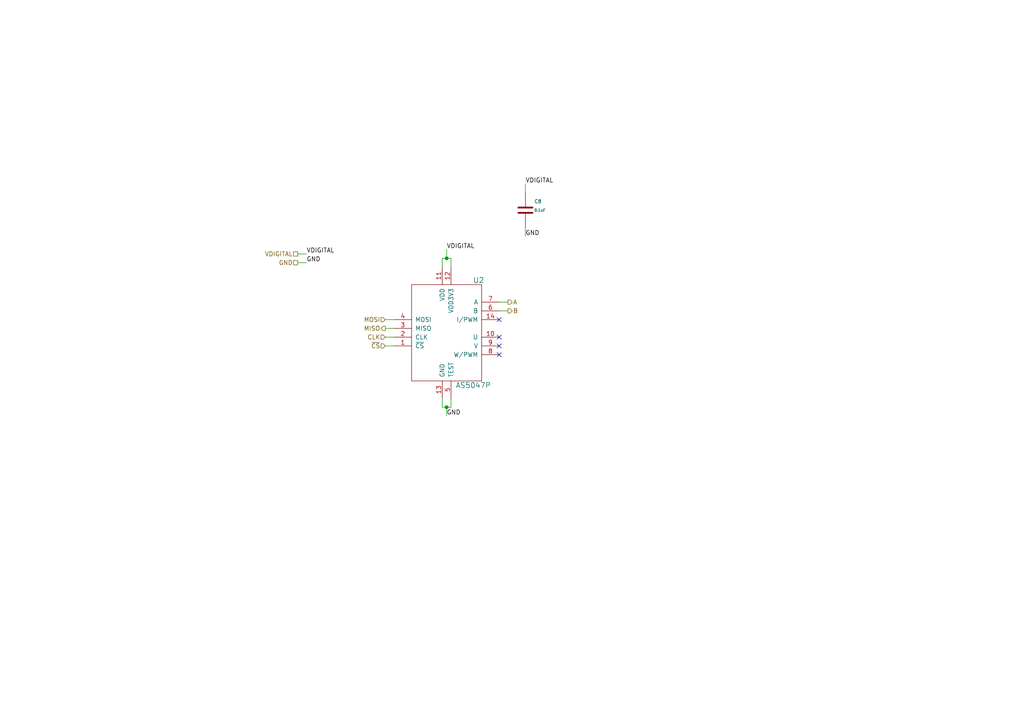
<source format=kicad_sch>
(kicad_sch (version 20211123) (generator eeschema)
  (paper "A4")
  (title_block (title "biym-board-encoder") (date "2022-11-20") (rev "1.1") (company "Peter Polidoro"))
  (lib_symbols
    (symbol "Janelia:AS5047P" (pin_names (offset 1.016))
      (property "Reference" "U" (at 8.89 -15.24 0))
      (property "Value" "AS5047P" (at 0 0 90))
      (symbol "AS5047P_0_1"
        (rectangle (start -10.16 13.97) (end 10.16 -13.97))
      )
      (symbol "AS5047P_1_1"
        (pin input line (at -15.24 -3.81 0) (length 5.08) (name "~{CS}") (number "1"))
        (pin output line (at 15.24 -1.27 180) (length 5.08) (name "U") (number "10"))
        (pin power_in line (at -1.27 19.05 270) (length 5.08) (name "VDD") (number "11"))
        (pin power_in line (at 1.27 19.05 270) (length 5.08) (name "VDD3V3") (number "12"))
        (pin power_in line (at -1.27 -19.05 90) (length 5.08) (name "GND") (number "13"))
        (pin output line (at 15.24 3.81 180) (length 5.08) (name "I/PWM") (number "14"))
        (pin input line (at -15.24 -1.27 0) (length 5.08) (name "CLK") (number "2"))
        (pin output line (at -15.24 1.27 0) (length 5.08) (name "MISO") (number "3"))
        (pin input line (at -15.24 3.81 0) (length 5.08) (name "MOSI") (number "4"))
        (pin power_in line (at 1.27 -19.05 90) (length 5.08) (name "TEST") (number "5"))
        (pin output line (at 15.24 6.35 180) (length 5.08) (name "B") (number "6"))
        (pin output line (at 15.24 8.89 180) (length 5.08) (name "A") (number "7"))
        (pin output line (at 15.24 -6.35 180) (length 5.08) (name "W/PWM") (number "8"))
        (pin output line (at 15.24 -3.81 180) (length 5.08) (name "V") (number "9"))
      )
    )
    (symbol "Janelia:C_0.1uF_0402" (pin_numbers hide) (pin_names (offset 0.254))
      (property "Reference" "C" (at 0 2.54 0))
      (property "Value" "C_0.1uF_0402" (at 0 0 0))
      (symbol "C_0.1uF_0402_0_1"
        (polyline (pts (xy -2.032 -0.762) (xy 2.032 -0.762)) (stroke (width 0.508)))
        (polyline (pts (xy -2.032 0.762) (xy 2.032 0.762)) (stroke (width 0.508)))
      )
      (symbol "C_0.1uF_0402_1_1"
        (pin passive line (at 0 5.08 270) (length 4.318) (name "~") (number "1"))
        (pin passive line (at 0 -5.08 90) (length 4.318) (name "~") (number "2"))
      )
    )
  )
  (junction (at 129.54 118.11))
  (junction (at 129.54 74.93))
  (no_connect (at 144.78 102.87))
  (no_connect (at 144.78 97.79))
  (no_connect (at 144.78 100.33))
  (no_connect (at 144.78 92.71))
  (wire (pts (xy 128.27 77.47) (xy 128.27 74.93)))
  (wire (pts (xy 129.54 74.93) (xy 130.81 74.93)))
  (wire (pts (xy 111.76 95.25) (xy 114.3 95.25)))
  (wire (pts (xy 111.76 97.79) (xy 114.3 97.79)))
  (wire (pts (xy 128.27 115.57) (xy 128.27 118.11)))
  (wire (pts (xy 128.27 74.93) (xy 129.54 74.93)))
  (wire (pts (xy 144.78 87.63) (xy 147.32 87.63)))
  (wire (pts (xy 128.27 118.11) (xy 129.54 118.11)))
  (wire (pts (xy 86.36 73.66) (xy 88.9 73.66)))
  (wire (pts (xy 152.4 53.34) (xy 152.4 55.88)))
  (wire (pts (xy 86.36 76.2) (xy 88.9 76.2)))
  (wire (pts (xy 152.4 66.04) (xy 152.4 68.58)))
  (wire (pts (xy 144.78 90.17) (xy 147.32 90.17)))
  (wire (pts (xy 111.76 100.33) (xy 114.3 100.33)))
  (wire (pts (xy 111.76 92.71) (xy 114.3 92.71)))
  (wire (pts (xy 129.54 118.11) (xy 129.54 120.65)))
  (wire (pts (xy 129.54 118.11) (xy 130.81 118.11)))
  (wire (pts (xy 130.81 115.57) (xy 130.81 118.11)))
  (wire (pts (xy 130.81 74.93) (xy 130.81 77.47)))
  (wire (pts (xy 129.54 72.39) (xy 129.54 74.93)))
  (label "GND" (at 88.9 76.2 0))
  (label "GND" (at 129.54 120.65 0))
  (label "VDIGITAL" (at 152.4 53.34 0))
  (label "VDIGITAL" (at 129.54 72.39 0))
  (label "VDIGITAL" (at 88.9 73.66 0))
  (label "GND" (at 152.4 68.58 0))
  (hierarchical_label "~{CS}" (shape input) (at 111.76 100.33 180))
  (hierarchical_label "B" (shape output) (at 147.32 90.17 0))
  (hierarchical_label "CLK" (shape input) (at 111.76 97.79 180))
  (hierarchical_label "MISO" (shape output) (at 111.76 95.25 180))
  (hierarchical_label "VDIGITAL" (shape passive) (at 86.36 73.66 180))
  (hierarchical_label "A" (shape output) (at 147.32 87.63 0))
  (hierarchical_label "MOSI" (shape input) (at 111.76 92.71 180))
  (hierarchical_label "GND" (shape passive) (at 86.36 76.2 180))
  (symbol (lib_id "Janelia:C_0.1uF_0402") (at 152.4 60.96 0) (unit 1)
    (property "Reference" "C8" (at 154.94 58.42 0) (effects (font (size 1.016 1.016)) (justify left)))
    (property "Value" "0.1uF" (at 154.94 60.96 0) (effects (font (size 0.762 0.762)) (justify left)))
    (property "Footprint" "Janelia:SM0402" (effects hide))
    (property "Vendor" "Digi-Key" (effects hide))
    (property "Vendor Part Number" "311-1375-1-ND" (effects hide))
    (property "Description" "CAP CER 0.1UF 25V Y5V" (effects hide))
    (property "Package" "0402" (effects hide))
    (property "Manufacturer" "Yageo" (effects hide))
    (property "Manufacturer Part Number" "CC0402ZRY5V8BB104" (effects hide))
  )
  (symbol (lib_id "Janelia:AS5047P") (at 129.54 96.52 0) (unit 1)
    (property "Reference" "U2" (at 137.16 81.28 0) (effects (font (size 1.524 1.524)) (justify left)))
    (property "Value" "AS5047P" (at 132.08 111.76 0) (effects (font (size 1.524 1.524)) (justify left)))
    (property "Footprint" "Janelia:TSSOP-14_4.4x5mm_P0.65mm" (effects hide))
    (property "Vendor Part Number" "AS5047P-ATSMCT-ND" (effects hide))
    (property "Description" "ROTARY ENCODER MAGNETIC PROG" (effects hide))
    (property "Vendor" "Digi-Key" (effects hide))
    (property "Manufacturer" "Osram" (effects hide))
    (property "Manufacturer Part Number" "AS5047P-ATSM" (effects hide))
  )
)
</source>
